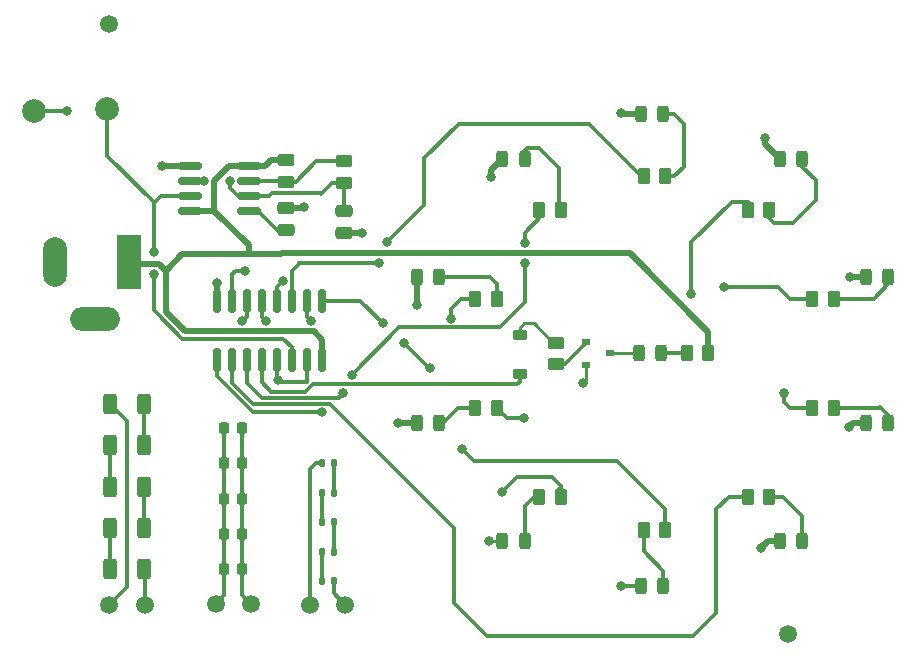
<source format=gbr>
%TF.GenerationSoftware,KiCad,Pcbnew,7.0.1*%
%TF.CreationDate,2023-04-18T15:39:04-07:00*%
%TF.ProjectId,makerspace-smt-training,6d616b65-7273-4706-9163-652d736d742d,rev?*%
%TF.SameCoordinates,Original*%
%TF.FileFunction,Copper,L1,Top*%
%TF.FilePolarity,Positive*%
%FSLAX46Y46*%
G04 Gerber Fmt 4.6, Leading zero omitted, Abs format (unit mm)*
G04 Created by KiCad (PCBNEW 7.0.1) date 2023-04-18 15:39:04*
%MOMM*%
%LPD*%
G01*
G04 APERTURE LIST*
G04 Aperture macros list*
%AMRoundRect*
0 Rectangle with rounded corners*
0 $1 Rounding radius*
0 $2 $3 $4 $5 $6 $7 $8 $9 X,Y pos of 4 corners*
0 Add a 4 corners polygon primitive as box body*
4,1,4,$2,$3,$4,$5,$6,$7,$8,$9,$2,$3,0*
0 Add four circle primitives for the rounded corners*
1,1,$1+$1,$2,$3*
1,1,$1+$1,$4,$5*
1,1,$1+$1,$6,$7*
1,1,$1+$1,$8,$9*
0 Add four rect primitives between the rounded corners*
20,1,$1+$1,$2,$3,$4,$5,0*
20,1,$1+$1,$4,$5,$6,$7,0*
20,1,$1+$1,$6,$7,$8,$9,0*
20,1,$1+$1,$8,$9,$2,$3,0*%
G04 Aperture macros list end*
%TA.AperFunction,SMDPad,CuDef*%
%ADD10R,0.800000X0.600000*%
%TD*%
%TA.AperFunction,ComponentPad*%
%ADD11R,2.000000X4.600000*%
%TD*%
%TA.AperFunction,ComponentPad*%
%ADD12O,2.000000X4.200000*%
%TD*%
%TA.AperFunction,ComponentPad*%
%ADD13O,4.200000X2.000000*%
%TD*%
%TA.AperFunction,SMDPad,CuDef*%
%ADD14RoundRect,0.225000X-0.375000X0.225000X-0.375000X-0.225000X0.375000X-0.225000X0.375000X0.225000X0*%
%TD*%
%TA.AperFunction,SMDPad,CuDef*%
%ADD15RoundRect,0.243750X-0.243750X-0.456250X0.243750X-0.456250X0.243750X0.456250X-0.243750X0.456250X0*%
%TD*%
%TA.AperFunction,SMDPad,CuDef*%
%ADD16RoundRect,0.250000X-0.262500X-0.450000X0.262500X-0.450000X0.262500X0.450000X-0.262500X0.450000X0*%
%TD*%
%TA.AperFunction,SMDPad,CuDef*%
%ADD17RoundRect,0.225000X-0.225000X-0.250000X0.225000X-0.250000X0.225000X0.250000X-0.225000X0.250000X0*%
%TD*%
%TA.AperFunction,SMDPad,CuDef*%
%ADD18C,1.500000*%
%TD*%
%TA.AperFunction,SMDPad,CuDef*%
%ADD19RoundRect,0.250000X0.312500X0.625000X-0.312500X0.625000X-0.312500X-0.625000X0.312500X-0.625000X0*%
%TD*%
%TA.AperFunction,SMDPad,CuDef*%
%ADD20RoundRect,0.135000X-0.135000X-0.185000X0.135000X-0.185000X0.135000X0.185000X-0.135000X0.185000X0*%
%TD*%
%TA.AperFunction,ComponentPad*%
%ADD21C,2.000000*%
%TD*%
%TA.AperFunction,SMDPad,CuDef*%
%ADD22RoundRect,0.250000X-0.312500X-0.625000X0.312500X-0.625000X0.312500X0.625000X-0.312500X0.625000X0*%
%TD*%
%TA.AperFunction,SMDPad,CuDef*%
%ADD23RoundRect,0.250000X0.450000X-0.262500X0.450000X0.262500X-0.450000X0.262500X-0.450000X-0.262500X0*%
%TD*%
%TA.AperFunction,SMDPad,CuDef*%
%ADD24RoundRect,0.250000X-0.450000X0.262500X-0.450000X-0.262500X0.450000X-0.262500X0.450000X0.262500X0*%
%TD*%
%TA.AperFunction,SMDPad,CuDef*%
%ADD25RoundRect,0.250000X0.475000X-0.250000X0.475000X0.250000X-0.475000X0.250000X-0.475000X-0.250000X0*%
%TD*%
%TA.AperFunction,SMDPad,CuDef*%
%ADD26RoundRect,0.250000X0.262500X0.450000X-0.262500X0.450000X-0.262500X-0.450000X0.262500X-0.450000X0*%
%TD*%
%TA.AperFunction,SMDPad,CuDef*%
%ADD27RoundRect,0.135000X0.135000X0.185000X-0.135000X0.185000X-0.135000X-0.185000X0.135000X-0.185000X0*%
%TD*%
%TA.AperFunction,SMDPad,CuDef*%
%ADD28RoundRect,0.150000X-0.825000X-0.150000X0.825000X-0.150000X0.825000X0.150000X-0.825000X0.150000X0*%
%TD*%
%TA.AperFunction,SMDPad,CuDef*%
%ADD29RoundRect,0.150000X-0.150000X0.825000X-0.150000X-0.825000X0.150000X-0.825000X0.150000X0.825000X0*%
%TD*%
%TA.AperFunction,SMDPad,CuDef*%
%ADD30RoundRect,0.250000X-0.475000X0.250000X-0.475000X-0.250000X0.475000X-0.250000X0.475000X0.250000X0*%
%TD*%
%TA.AperFunction,ViaPad*%
%ADD31C,0.800000*%
%TD*%
%TA.AperFunction,Conductor*%
%ADD32C,0.250000*%
%TD*%
%TA.AperFunction,Conductor*%
%ADD33C,0.300000*%
%TD*%
%TA.AperFunction,Conductor*%
%ADD34C,0.500000*%
%TD*%
G04 APERTURE END LIST*
D10*
%TO.P,Q1,3*%
%TO.N,Net-(D7-K)*%
X134360000Y-76200000D03*
%TO.P,Q1,1*%
%TO.N,Net-(Q1-Pad1)*%
X132340000Y-75250000D03*
%TO.P,Q1,2*%
%TO.N,GND*%
X132340000Y-77150000D03*
%TD*%
D11*
%TO.P,J1,1*%
%TO.N,VDD*%
X93705000Y-68479000D03*
D12*
%TO.P,J1,2*%
%TO.N,GND*%
X87405000Y-68479000D03*
D13*
%TO.P,J1,3*%
%TO.N,unconnected-(J1-Pad3)*%
X90805000Y-73279000D03*
%TD*%
D14*
%TO.P,D12,1,K*%
%TO.N,Net-(D12-K)*%
X126746000Y-74677000D03*
%TO.P,D12,2,A*%
%TO.N,Net-(D12-A)*%
X126746000Y-77977000D03*
%TD*%
D15*
%TO.P,D10,1,K*%
%TO.N,GND*%
X118031625Y-69750000D03*
%TO.P,D10,2,A*%
%TO.N,Net-(D10-A)*%
X119906625Y-69750000D03*
%TD*%
%TO.P,D6,1,K*%
%TO.N,GND*%
X137052756Y-95930340D03*
%TO.P,D6,2,A*%
%TO.N,Net-(D6-A)*%
X138927756Y-95930340D03*
%TD*%
D16*
%TO.P,R3,1*%
%TO.N,Net-(D7-A)*%
X140900000Y-76196823D03*
%TO.P,R3,2*%
%TO.N,VDD*%
X142725000Y-76196823D03*
%TD*%
D17*
%TO.P,C5,1*%
%TO.N,Net-(C3-Pad1)*%
X101725000Y-88500000D03*
%TO.P,C5,2*%
%TO.N,Net-(C3-Pad2)*%
X103275000Y-88500000D03*
%TD*%
D18*
%TO.P,FID2,*%
%TO.N,*%
X149500000Y-100000000D03*
%TD*%
D15*
%TO.P,D9,1,K*%
%TO.N,GND*%
X118031625Y-82110679D03*
%TO.P,D9,2,A*%
%TO.N,Net-(D9-A)*%
X119906625Y-82110679D03*
%TD*%
D18*
%TO.P,TP6,1,1*%
%TO.N,Net-(R24-Pad2)*%
X112000000Y-97500000D03*
%TD*%
D17*
%TO.P,C4,1*%
%TO.N,Net-(C3-Pad1)*%
X101725000Y-85500000D03*
%TO.P,C4,2*%
%TO.N,Net-(C3-Pad2)*%
X103275000Y-85500000D03*
%TD*%
D19*
%TO.P,R18,1*%
%TO.N,Net-(R17-Pad2)*%
X94962500Y-91000000D03*
%TO.P,R18,2*%
%TO.N,Net-(R18-Pad2)*%
X92037500Y-91000000D03*
%TD*%
D15*
%TO.P,D3,1,K*%
%TO.N,GND*%
X156073886Y-69750000D03*
%TO.P,D3,2,A*%
%TO.N,Net-(D3-A)*%
X157948886Y-69750000D03*
%TD*%
%TO.P,D5,1,K*%
%TO.N,GND*%
X148808461Y-92110679D03*
%TO.P,D5,2,A*%
%TO.N,Net-(D5-A)*%
X150683461Y-92110679D03*
%TD*%
%TO.P,D7,1,K*%
%TO.N,Net-(D7-K)*%
X136875000Y-76196823D03*
%TO.P,D7,2,A*%
%TO.N,Net-(D7-A)*%
X138750000Y-76196823D03*
%TD*%
D16*
%TO.P,R7,1*%
%TO.N,Net-(U2-Q4)*%
X146054278Y-88332077D03*
%TO.P,R7,2*%
%TO.N,Net-(D5-A)*%
X147879278Y-88332077D03*
%TD*%
D15*
%TO.P,D8,1,K*%
%TO.N,GND*%
X125297050Y-92110679D03*
%TO.P,D8,2,A*%
%TO.N,Net-(D8-A)*%
X127172050Y-92110679D03*
%TD*%
D20*
%TO.P,R22,1*%
%TO.N,Net-(R21-Pad2)*%
X109990000Y-90500000D03*
%TO.P,R22,2*%
%TO.N,Net-(R22-Pad2)*%
X111010000Y-90500000D03*
%TD*%
D16*
%TO.P,R4,1*%
%TO.N,Net-(U2-Q2)*%
X151503347Y-71561568D03*
%TO.P,R4,2*%
%TO.N,Net-(D3-A)*%
X153328347Y-71561568D03*
%TD*%
D18*
%TO.P,TP1,1,1*%
%TO.N,Net-(R15-Pad1)*%
X92000000Y-97500000D03*
%TD*%
D21*
%TO.P,TP8,1,1*%
%TO.N,GND*%
X85600000Y-55650000D03*
%TD*%
%TO.P,TP7,1,1*%
%TO.N,/Output_555*%
X91800000Y-55500000D03*
%TD*%
D22*
%TO.P,R17,1*%
%TO.N,Net-(R16-Pad2)*%
X92037500Y-87500000D03*
%TO.P,R17,2*%
%TO.N,Net-(R17-Pad2)*%
X94962500Y-87500000D03*
%TD*%
D23*
%TO.P,R11,1*%
%TO.N,Net-(U1-THR)*%
X111868375Y-61750000D03*
%TO.P,R11,2*%
%TO.N,Net-(U1-DIS)*%
X111868375Y-59925000D03*
%TD*%
D16*
%TO.P,R12,1*%
%TO.N,Net-(U2-Q8)*%
X122971652Y-71561568D03*
%TO.P,R12,2*%
%TO.N,Net-(D10-A)*%
X124796652Y-71561568D03*
%TD*%
D15*
%TO.P,D11,1,K*%
%TO.N,GND*%
X125297050Y-59750000D03*
%TO.P,D11,2,A*%
%TO.N,Net-(D11-A)*%
X127172050Y-59750000D03*
%TD*%
D24*
%TO.P,R14,2*%
%TO.N,Net-(Q1-Pad1)*%
X129794000Y-77112500D03*
%TO.P,R14,1*%
%TO.N,Net-(D12-K)*%
X129794000Y-75287500D03*
%TD*%
D18*
%TO.P,TP5,1,1*%
%TO.N,Net-(R20-Pad1)*%
X109000000Y-97500000D03*
%TD*%
D20*
%TO.P,R20,1*%
%TO.N,Net-(R20-Pad1)*%
X109990000Y-85500000D03*
%TO.P,R20,2*%
%TO.N,Net-(R20-Pad2)*%
X111010000Y-85500000D03*
%TD*%
D19*
%TO.P,R16,1*%
%TO.N,Net-(R15-Pad2)*%
X94962500Y-84000000D03*
%TO.P,R16,2*%
%TO.N,Net-(R16-Pad2)*%
X92037500Y-84000000D03*
%TD*%
D16*
%TO.P,R1,1*%
%TO.N,Net-(U2-Q0)*%
X137237500Y-61196823D03*
%TO.P,R1,2*%
%TO.N,Net-(D1-A)*%
X139062500Y-61196823D03*
%TD*%
D25*
%TO.P,C1,1*%
%TO.N,Net-(U1-CV)*%
X107000000Y-65753177D03*
%TO.P,C1,2*%
%TO.N,GND*%
X107000000Y-63853177D03*
%TD*%
D15*
%TO.P,D4,1,K*%
%TO.N,GND*%
X156073886Y-82110679D03*
%TO.P,D4,2,A*%
%TO.N,Net-(D4-A)*%
X157948886Y-82110679D03*
%TD*%
D26*
%TO.P,R10,1*%
%TO.N,Net-(U2-Q7)*%
X124796652Y-80832077D03*
%TO.P,R10,2*%
%TO.N,Net-(D9-A)*%
X122971652Y-80832077D03*
%TD*%
D18*
%TO.P,FID1,*%
%TO.N,*%
X91950000Y-48350000D03*
%TD*%
D17*
%TO.P,C6,1*%
%TO.N,Net-(C3-Pad1)*%
X101725000Y-91500000D03*
%TO.P,C6,2*%
%TO.N,Net-(C3-Pad2)*%
X103275000Y-91500000D03*
%TD*%
D27*
%TO.P,R21,1*%
%TO.N,Net-(R20-Pad2)*%
X111010000Y-88000000D03*
%TO.P,R21,2*%
%TO.N,Net-(R21-Pad2)*%
X109990000Y-88000000D03*
%TD*%
D26*
%TO.P,R8,1*%
%TO.N,Net-(U2-Q5)*%
X139062500Y-91196823D03*
%TO.P,R8,2*%
%TO.N,Net-(D6-A)*%
X137237500Y-91196823D03*
%TD*%
D15*
%TO.P,D2,1,K*%
%TO.N,GND*%
X148808461Y-59750000D03*
%TO.P,D2,2,A*%
%TO.N,Net-(D2-A)*%
X150683461Y-59750000D03*
%TD*%
D18*
%TO.P,TP4,1,1*%
%TO.N,Net-(C3-Pad2)*%
X104000000Y-97400000D03*
%TD*%
D23*
%TO.P,R6,1*%
%TO.N,Net-(U1-DIS)*%
X107000000Y-61662500D03*
%TO.P,R6,2*%
%TO.N,VDD*%
X107000000Y-59837500D03*
%TD*%
D28*
%TO.P,U1,1,GND*%
%TO.N,GND*%
X98868375Y-60345000D03*
%TO.P,U1,2,TR*%
%TO.N,Net-(U1-THR)*%
X98868375Y-61615000D03*
%TO.P,U1,3,Q*%
%TO.N,/Output_555*%
X98868375Y-62885000D03*
%TO.P,U1,4,R*%
%TO.N,VDD*%
X98868375Y-64155000D03*
%TO.P,U1,5,CV*%
%TO.N,Net-(U1-CV)*%
X103818375Y-64155000D03*
%TO.P,U1,6,THR*%
%TO.N,Net-(U1-THR)*%
X103818375Y-62885000D03*
%TO.P,U1,7,DIS*%
%TO.N,Net-(U1-DIS)*%
X103818375Y-61615000D03*
%TO.P,U1,8,VCC*%
%TO.N,VDD*%
X103818375Y-60345000D03*
%TD*%
D22*
%TO.P,R15,1*%
%TO.N,Net-(R15-Pad1)*%
X92037500Y-80500000D03*
%TO.P,R15,2*%
%TO.N,Net-(R15-Pad2)*%
X94962500Y-80500000D03*
%TD*%
D26*
%TO.P,R9,1*%
%TO.N,Net-(U2-Q6)*%
X130245721Y-88332077D03*
%TO.P,R9,2*%
%TO.N,Net-(D8-A)*%
X128420721Y-88332077D03*
%TD*%
D29*
%TO.P,U2,1,Q5*%
%TO.N,Net-(U2-Q5)*%
X109995000Y-71775000D03*
%TO.P,U2,2,Q1*%
%TO.N,Net-(U2-Q1)*%
X108725000Y-71775000D03*
%TO.P,U2,3,Q0*%
%TO.N,Net-(U2-Q0)*%
X107455000Y-71775000D03*
%TO.P,U2,4,Q2*%
%TO.N,Net-(U2-Q2)*%
X106185000Y-71775000D03*
%TO.P,U2,5,Q6*%
%TO.N,Net-(U2-Q6)*%
X104915000Y-71775000D03*
%TO.P,U2,6,Q7*%
%TO.N,Net-(U2-Q7)*%
X103645000Y-71775000D03*
%TO.P,U2,7,Q3*%
%TO.N,Net-(U2-Q3)*%
X102375000Y-71775000D03*
%TO.P,U2,8,VSS*%
%TO.N,GND*%
X101105000Y-71775000D03*
%TO.P,U2,9,Q8*%
%TO.N,Net-(U2-Q8)*%
X101105000Y-76725000D03*
%TO.P,U2,10,Q4*%
%TO.N,Net-(U2-Q4)*%
X102375000Y-76725000D03*
%TO.P,U2,11,Q9*%
%TO.N,Net-(U2-Q9)*%
X103645000Y-76725000D03*
%TO.P,U2,12,Cout*%
%TO.N,Net-(D12-A)*%
X104915000Y-76725000D03*
%TO.P,U2,13,CKEN*%
%TO.N,GND*%
X106185000Y-76725000D03*
%TO.P,U2,14,CLK*%
%TO.N,/Output_555*%
X107455000Y-76725000D03*
%TO.P,U2,15,Reset*%
%TO.N,GND*%
X108725000Y-76725000D03*
%TO.P,U2,16,VDD*%
%TO.N,VDD*%
X109995000Y-76725000D03*
%TD*%
D27*
%TO.P,R23,1*%
%TO.N,Net-(R22-Pad2)*%
X111010000Y-93000000D03*
%TO.P,R23,2*%
%TO.N,Net-(R23-Pad2)*%
X109990000Y-93000000D03*
%TD*%
D16*
%TO.P,R5,1*%
%TO.N,Net-(U2-Q3)*%
X151503347Y-80832077D03*
%TO.P,R5,2*%
%TO.N,Net-(D4-A)*%
X153328347Y-80832077D03*
%TD*%
D17*
%TO.P,C3,1*%
%TO.N,Net-(C3-Pad1)*%
X101725000Y-82500000D03*
%TO.P,C3,2*%
%TO.N,Net-(C3-Pad2)*%
X103275000Y-82500000D03*
%TD*%
D22*
%TO.P,R19,1*%
%TO.N,Net-(R18-Pad2)*%
X92037500Y-94500000D03*
%TO.P,R19,2*%
%TO.N,Net-(R19-Pad2)*%
X94962500Y-94500000D03*
%TD*%
D18*
%TO.P,TP3,1,1*%
%TO.N,Net-(C3-Pad1)*%
X101000000Y-97400000D03*
%TD*%
%TO.P,TP2,1,1*%
%TO.N,Net-(R19-Pad2)*%
X95000000Y-97500000D03*
%TD*%
D16*
%TO.P,R2,1*%
%TO.N,Net-(U2-Q1)*%
X146054278Y-64061568D03*
%TO.P,R2,2*%
%TO.N,Net-(D2-A)*%
X147879278Y-64061568D03*
%TD*%
D15*
%TO.P,D1,1,K*%
%TO.N,GND*%
X137052756Y-55930340D03*
%TO.P,D1,2,A*%
%TO.N,Net-(D1-A)*%
X138927756Y-55930340D03*
%TD*%
D17*
%TO.P,C7,1*%
%TO.N,Net-(C3-Pad1)*%
X101725000Y-94500000D03*
%TO.P,C7,2*%
%TO.N,Net-(C3-Pad2)*%
X103275000Y-94500000D03*
%TD*%
D20*
%TO.P,R24,1*%
%TO.N,Net-(R23-Pad2)*%
X109990000Y-95500000D03*
%TO.P,R24,2*%
%TO.N,Net-(R24-Pad2)*%
X111010000Y-95500000D03*
%TD*%
D30*
%TO.P,C2,1*%
%TO.N,Net-(U1-THR)*%
X111893375Y-64148752D03*
%TO.P,C2,2*%
%TO.N,GND*%
X111893375Y-66048752D03*
%TD*%
D16*
%TO.P,R13,1*%
%TO.N,Net-(U2-Q9)*%
X128420721Y-64061568D03*
%TO.P,R13,2*%
%TO.N,Net-(D11-A)*%
X130245721Y-64061568D03*
%TD*%
D31*
%TO.N,GND*%
X132080000Y-78740000D03*
X154650000Y-82400000D03*
X147200000Y-92700000D03*
X124350000Y-61300000D03*
X154700000Y-69750000D03*
X113400000Y-66050000D03*
X135300000Y-95900000D03*
X124150000Y-92100000D03*
X135350000Y-55850000D03*
X147500000Y-58000000D03*
X101100000Y-70250000D03*
X106250000Y-78450000D03*
X116450000Y-82100000D03*
X88450000Y-55700000D03*
X118100000Y-72100000D03*
X96500000Y-60350000D03*
X108450000Y-63850000D03*
%TO.N,Net-(U1-THR)*%
X100055500Y-61602079D03*
X102200000Y-61600000D03*
%TO.N,Net-(U2-Q0)*%
X114850000Y-68586481D03*
X115500000Y-66750000D03*
%TO.N,Net-(U2-Q1)*%
X109108982Y-73500500D03*
X141300000Y-71150000D03*
%TO.N,Net-(U2-Q2)*%
X106700000Y-70085981D03*
X144050000Y-70550000D03*
%TO.N,Net-(U2-Q3)*%
X149100000Y-79550000D03*
X103500000Y-69200000D03*
%TO.N,Net-(U2-Q5)*%
X116950000Y-75350000D03*
X119200000Y-77450000D03*
X115150000Y-73650000D03*
X121850000Y-84300000D03*
%TO.N,Net-(U2-Q6)*%
X125250000Y-87950000D03*
X105250000Y-73500500D03*
%TO.N,Net-(U2-Q7)*%
X127100000Y-81700000D03*
X103250000Y-73500500D03*
%TO.N,Net-(U2-Q8)*%
X120900000Y-73250500D03*
X110000000Y-81199500D03*
%TO.N,Net-(U2-Q9)*%
X127200000Y-68586481D03*
X111800000Y-79581607D03*
X127200000Y-66887481D03*
X112550000Y-78000000D03*
%TO.N,/Output_555*%
X95750000Y-67650000D03*
X95750000Y-69499500D03*
%TD*%
D32*
%TO.N,Net-(D7-K)*%
X136871823Y-76200000D02*
X134360000Y-76200000D01*
X136875000Y-76196823D02*
X136871823Y-76200000D01*
%TO.N,Net-(D12-K)*%
X129565677Y-75287500D02*
X129794000Y-75287500D01*
X127938177Y-73660000D02*
X129565677Y-75287500D01*
X127127000Y-73660000D02*
X127938177Y-73660000D01*
X126746000Y-74041000D02*
X127127000Y-73660000D01*
X126746000Y-74677000D02*
X126746000Y-74041000D01*
%TO.N,Net-(Q1-Pad1)*%
X130477500Y-77112500D02*
X129794000Y-77112500D01*
X132340000Y-75250000D02*
X130477500Y-77112500D01*
D33*
%TO.N,Net-(D12-A)*%
X126746000Y-78613000D02*
X126746000Y-77977000D01*
X109225000Y-78832107D02*
X126526893Y-78832107D01*
X108607107Y-79450000D02*
X109225000Y-78832107D01*
X105700000Y-79450000D02*
X108607107Y-79450000D01*
X104915000Y-78665000D02*
X105700000Y-79450000D01*
X104915000Y-76725000D02*
X104915000Y-78665000D01*
X126526893Y-78832107D02*
X126746000Y-78613000D01*
D32*
%TO.N,GND*%
X132340000Y-78480000D02*
X132080000Y-78740000D01*
X132340000Y-77150000D02*
X132340000Y-78480000D01*
D33*
%TO.N,Net-(U1-CV)*%
X103818375Y-64155000D02*
X104605000Y-64155000D01*
X106203177Y-65753177D02*
X107000000Y-65753177D01*
X104605000Y-64155000D02*
X106203177Y-65753177D01*
%TO.N,GND*%
X108725000Y-76725000D02*
X108725000Y-78625000D01*
D34*
X124350000Y-61300000D02*
X124350000Y-60697050D01*
X147500000Y-58441539D02*
X148808461Y-59750000D01*
X137052756Y-55930340D02*
X135430340Y-55930340D01*
X124350000Y-60697050D02*
X125297050Y-59750000D01*
X116460679Y-82110679D02*
X116450000Y-82100000D01*
D33*
X106425000Y-78625000D02*
X106250000Y-78450000D01*
D34*
X148808461Y-92110679D02*
X147789321Y-92110679D01*
X156073886Y-69750000D02*
X154700000Y-69750000D01*
X156073886Y-82110679D02*
X154939321Y-82110679D01*
X118031625Y-69750000D02*
X118031625Y-72031625D01*
X96505000Y-60345000D02*
X96500000Y-60350000D01*
X107000000Y-63853177D02*
X108446823Y-63853177D01*
D33*
X88400000Y-55650000D02*
X88450000Y-55700000D01*
D34*
X135430340Y-55930340D02*
X135350000Y-55850000D01*
D33*
X106185000Y-76725000D02*
X106185000Y-78385000D01*
X135330340Y-95930340D02*
X135300000Y-95900000D01*
D34*
X147789321Y-92110679D02*
X147200000Y-92700000D01*
X147500000Y-58000000D02*
X147500000Y-58441539D01*
D33*
X85600000Y-55650000D02*
X88400000Y-55650000D01*
D34*
X113398752Y-66048752D02*
X113400000Y-66050000D01*
D33*
X137052756Y-95930340D02*
X135330340Y-95930340D01*
D34*
X154939321Y-82110679D02*
X154650000Y-82400000D01*
X98868375Y-60345000D02*
X96505000Y-60345000D01*
X101105000Y-70255000D02*
X101100000Y-70250000D01*
D32*
X124160679Y-92110679D02*
X124150000Y-92100000D01*
D33*
X108725000Y-78625000D02*
X106425000Y-78625000D01*
D34*
X118031625Y-82110679D02*
X116460679Y-82110679D01*
D32*
X125297050Y-92110679D02*
X124160679Y-92110679D01*
D34*
X108446823Y-63853177D02*
X108450000Y-63850000D01*
X111893375Y-66048752D02*
X113398752Y-66048752D01*
X118031625Y-72031625D02*
X118100000Y-72100000D01*
D33*
X106185000Y-78385000D02*
X106250000Y-78450000D01*
D34*
X101105000Y-71775000D02*
X101105000Y-70255000D01*
D33*
%TO.N,Net-(U1-THR)*%
X102885000Y-62885000D02*
X103818375Y-62885000D01*
X109850000Y-62650000D02*
X109900000Y-62700000D01*
X105565000Y-62885000D02*
X105800000Y-62650000D01*
X111868375Y-61750000D02*
X111868375Y-64123752D01*
X110900000Y-61750000D02*
X111868375Y-61750000D01*
X103818375Y-62885000D02*
X105565000Y-62885000D01*
X109900000Y-62700000D02*
X109950000Y-62700000D01*
X102200000Y-62200000D02*
X102885000Y-62885000D01*
X105800000Y-62650000D02*
X109850000Y-62650000D01*
X109950000Y-62700000D02*
X110900000Y-61750000D01*
X111868375Y-64123752D02*
X111893375Y-64148752D01*
X100042579Y-61615000D02*
X100055500Y-61602079D01*
X98868375Y-61615000D02*
X100042579Y-61615000D01*
X102200000Y-61600000D02*
X102200000Y-62200000D01*
%TO.N,Net-(D1-A)*%
X138927756Y-55930340D02*
X139830340Y-55930340D01*
X139830340Y-55930340D02*
X140650000Y-56750000D01*
X140650000Y-60400000D02*
X139853177Y-61196823D01*
X140650000Y-56750000D02*
X140650000Y-60400000D01*
X139853177Y-61196823D02*
X139062500Y-61196823D01*
%TO.N,Net-(D2-A)*%
X149900000Y-65150000D02*
X148257084Y-65150000D01*
X151850000Y-61550000D02*
X151850000Y-63200000D01*
X151850000Y-63200000D02*
X149900000Y-65150000D01*
X150683461Y-60383461D02*
X150683461Y-59750000D01*
X148257084Y-65150000D02*
X147705006Y-64597922D01*
X151850000Y-61550000D02*
X150683461Y-60383461D01*
%TO.N,Net-(D3-A)*%
X156738432Y-71561568D02*
X157948886Y-70351114D01*
X153328347Y-71561568D02*
X156738432Y-71561568D01*
X157948886Y-70351114D02*
X157948886Y-69750000D01*
%TO.N,Net-(D4-A)*%
X157300000Y-80750000D02*
X157948886Y-81398886D01*
X157217923Y-80832077D02*
X157300000Y-80750000D01*
X153328347Y-80832077D02*
X157217923Y-80832077D01*
X157948886Y-81398886D02*
X157948886Y-82110679D01*
%TO.N,Net-(D5-A)*%
X150683461Y-89983461D02*
X150683461Y-92110679D01*
X147879278Y-88332077D02*
X149032077Y-88332077D01*
X149032077Y-88332077D02*
X150683461Y-89983461D01*
%TO.N,Net-(D6-A)*%
X137237500Y-92937500D02*
X137237500Y-91196823D01*
X138927756Y-94627756D02*
X137237500Y-92937500D01*
X138927756Y-95930340D02*
X138927756Y-94627756D01*
%TO.N,Net-(D7-A)*%
X138750000Y-76196823D02*
X140900000Y-76196823D01*
%TO.N,Net-(D8-A)*%
X127172050Y-89127950D02*
X127172050Y-92110679D01*
X127967923Y-88332077D02*
X127172050Y-89127950D01*
X128420721Y-88332077D02*
X127967923Y-88332077D01*
%TO.N,Net-(D9-A)*%
X120239321Y-82110679D02*
X121517923Y-80832077D01*
X121517923Y-80832077D02*
X122971652Y-80832077D01*
X119906625Y-82110679D02*
X120239321Y-82110679D01*
%TO.N,Net-(D10-A)*%
X124200000Y-69750000D02*
X124796652Y-70346652D01*
X119906625Y-69750000D02*
X124200000Y-69750000D01*
X124796652Y-70346652D02*
X124796652Y-71561568D01*
%TO.N,Net-(D11-A)*%
X126993003Y-59198951D02*
X127341954Y-58850000D01*
X130071449Y-60521449D02*
X130071449Y-63525214D01*
X127341954Y-58850000D02*
X128400000Y-58850000D01*
X128400000Y-58850000D02*
X130071449Y-60521449D01*
D34*
%TO.N,VDD*%
X98195000Y-67805000D02*
X96800000Y-69200000D01*
X103818375Y-60345000D02*
X105155000Y-60345000D01*
X105700000Y-59800000D02*
X106962500Y-59800000D01*
X109995000Y-75045000D02*
X109995000Y-76725000D01*
X102155000Y-60345000D02*
X103818375Y-60345000D01*
X98450000Y-74350000D02*
X109300000Y-74350000D01*
X103818375Y-67805000D02*
X106555000Y-67805000D01*
X103818375Y-67805000D02*
X98195000Y-67805000D01*
X142725000Y-74375000D02*
X142725000Y-76196823D01*
X93850000Y-68650000D02*
X96250000Y-68650000D01*
X100905000Y-64155000D02*
X100905000Y-61595000D01*
X106962500Y-59800000D02*
X107000000Y-59837500D01*
X100905000Y-64155000D02*
X103818375Y-67068375D01*
X98868375Y-64155000D02*
X100905000Y-64155000D01*
X96250000Y-68650000D02*
X96800000Y-69200000D01*
X96800000Y-72700000D02*
X98450000Y-74350000D01*
X100905000Y-61595000D02*
X102155000Y-60345000D01*
X136086981Y-67736981D02*
X142725000Y-74375000D01*
X105155000Y-60345000D02*
X105700000Y-59800000D01*
X109300000Y-74350000D02*
X109995000Y-75045000D01*
X103818375Y-67068375D02*
X103818375Y-67805000D01*
X96800000Y-69200000D02*
X96800000Y-72700000D01*
X106623019Y-67736981D02*
X136086981Y-67736981D01*
X106555000Y-67805000D02*
X106623019Y-67736981D01*
D33*
%TO.N,Net-(U2-Q0)*%
X137046823Y-61196823D02*
X137237500Y-61196823D01*
X118650000Y-59700000D02*
X121600000Y-56750000D01*
X121600000Y-56750000D02*
X132600000Y-56750000D01*
X107455000Y-69195000D02*
X108050000Y-68600000D01*
X108050000Y-68600000D02*
X108063519Y-68586481D01*
X118650000Y-63600000D02*
X118650000Y-59700000D01*
X107455000Y-71775000D02*
X107455000Y-69195000D01*
X115500000Y-66750000D02*
X118650000Y-63600000D01*
X108063519Y-68586481D02*
X114850000Y-68586481D01*
X132600000Y-56750000D02*
X137046823Y-61196823D01*
%TO.N,Net-(U2-Q1)*%
X141300000Y-66800000D02*
X144700000Y-63400000D01*
X141300000Y-71150000D02*
X141300000Y-66800000D01*
X144700000Y-63400000D02*
X146103336Y-63400000D01*
X108725000Y-73116518D02*
X109108982Y-73500500D01*
X146103336Y-63400000D02*
X146228550Y-63525214D01*
X108725000Y-71775000D02*
X108725000Y-73116518D01*
%TO.N,Net-(U2-Q2)*%
X106185000Y-70600981D02*
X106700000Y-70085981D01*
X148650000Y-70550000D02*
X149661568Y-71561568D01*
X149661568Y-71561568D02*
X151503347Y-71561568D01*
X144050000Y-70550000D02*
X148650000Y-70550000D01*
X106185000Y-71775000D02*
X106185000Y-70600981D01*
%TO.N,Net-(U2-Q3)*%
X149100000Y-79550000D02*
X149100000Y-80300000D01*
X102400000Y-69500000D02*
X102700000Y-69200000D01*
X102400000Y-71750000D02*
X102400000Y-69500000D01*
X149632077Y-80832077D02*
X151503347Y-80832077D01*
X102375000Y-71775000D02*
X102400000Y-71750000D01*
X102700000Y-69200000D02*
X103500000Y-69200000D01*
X149100000Y-80300000D02*
X149632077Y-80832077D01*
%TO.N,Net-(U2-Q4)*%
X143400000Y-98150000D02*
X143400000Y-89400000D01*
X144467923Y-88332077D02*
X146054278Y-88332077D01*
X121200000Y-97350000D02*
X123950000Y-100100000D01*
X104150000Y-80450000D02*
X110700000Y-80450000D01*
X102375000Y-78675000D02*
X104150000Y-80450000D01*
X110700000Y-80450000D02*
X121200000Y-90950000D01*
X102375000Y-76725000D02*
X102375000Y-78675000D01*
X121200000Y-90950000D02*
X121200000Y-97350000D01*
X143400000Y-89400000D02*
X144467923Y-88332077D01*
X123950000Y-100100000D02*
X141450000Y-100100000D01*
X141450000Y-100100000D02*
X143400000Y-98150000D01*
%TO.N,Net-(U2-Q5)*%
X139062500Y-89412500D02*
X139062500Y-91196823D01*
X109995000Y-71775000D02*
X113275000Y-71775000D01*
X135000000Y-85350000D02*
X139062500Y-89412500D01*
X119050000Y-77450000D02*
X119200000Y-77450000D01*
X116950000Y-75350000D02*
X119050000Y-77450000D01*
X122900000Y-85350000D02*
X135000000Y-85350000D01*
X113275000Y-71775000D02*
X115150000Y-73650000D01*
X121850000Y-84300000D02*
X122900000Y-85350000D01*
%TO.N,Net-(U2-Q6)*%
X130071449Y-87692482D02*
X130071449Y-88868431D01*
X126554119Y-86645881D02*
X129495881Y-86645881D01*
X125250000Y-87950000D02*
X126554119Y-86645881D01*
X104915000Y-73165500D02*
X105250000Y-73500500D01*
X104915000Y-71775000D02*
X104915000Y-73165500D01*
X130245721Y-87395721D02*
X130245721Y-88332077D01*
X129495881Y-86645881D02*
X130245721Y-87395721D01*
%TO.N,Net-(U2-Q7)*%
X125664575Y-81700000D02*
X124796652Y-80832077D01*
X103645000Y-71775000D02*
X103645000Y-73105500D01*
X127100000Y-81700000D02*
X125664575Y-81700000D01*
X103645000Y-73105500D02*
X103250000Y-73500500D01*
%TO.N,Net-(U2-Q8)*%
X121788432Y-71561568D02*
X122971652Y-71561568D01*
X101105000Y-76725000D02*
X101105000Y-78112106D01*
X104192394Y-81199500D02*
X110000000Y-81199500D01*
X120900000Y-72450000D02*
X121788432Y-71561568D01*
X120900000Y-73250500D02*
X120900000Y-72450000D01*
X101105000Y-78112106D02*
X104192394Y-81199500D01*
%TO.N,Net-(U2-Q9)*%
X116550000Y-74000000D02*
X125050000Y-74000000D01*
X104900000Y-79950000D02*
X111431607Y-79950000D01*
X127200000Y-65992915D02*
X128594993Y-64597922D01*
X112550000Y-78000000D02*
X116550000Y-74000000D01*
X103645000Y-78695000D02*
X104900000Y-79950000D01*
X127200000Y-66887481D02*
X127200000Y-65992915D01*
X103645000Y-76725000D02*
X103645000Y-78695000D01*
X127050000Y-72000000D02*
X127200000Y-71850000D01*
X125050000Y-74000000D02*
X127050000Y-72000000D01*
X111431607Y-79950000D02*
X111800000Y-79581607D01*
X127200000Y-71850000D02*
X127200000Y-68586481D01*
%TO.N,Net-(R15-Pad1)*%
X93500000Y-81962500D02*
X92037500Y-80500000D01*
X92000000Y-97500000D02*
X93500000Y-96000000D01*
X93500000Y-96000000D02*
X93500000Y-81962500D01*
%TO.N,Net-(R15-Pad2)*%
X94962500Y-84000000D02*
X94962500Y-80500000D01*
%TO.N,Net-(R16-Pad2)*%
X92037500Y-84000000D02*
X92037500Y-87500000D01*
%TO.N,Net-(R17-Pad2)*%
X94962500Y-87500000D02*
X94962500Y-91000000D01*
%TO.N,Net-(R18-Pad2)*%
X92037500Y-91000000D02*
X92037500Y-94500000D01*
%TO.N,Net-(R20-Pad1)*%
X109990000Y-85500000D02*
X109500000Y-85500000D01*
X109500000Y-85500000D02*
X109000000Y-86000000D01*
X109000000Y-86000000D02*
X109000000Y-97500000D01*
%TO.N,Net-(R20-Pad2)*%
X111010000Y-85500000D02*
X111010000Y-88000000D01*
%TO.N,Net-(R21-Pad2)*%
X109990000Y-88000000D02*
X109990000Y-90500000D01*
%TO.N,Net-(R22-Pad2)*%
X111010000Y-90500000D02*
X111010000Y-93000000D01*
%TO.N,Net-(R23-Pad2)*%
X109990000Y-93000000D02*
X109990000Y-95500000D01*
%TO.N,/Output_555*%
X107455000Y-75655000D02*
X107455000Y-76725000D01*
X96635000Y-62885000D02*
X96365000Y-62885000D01*
X91800000Y-59450000D02*
X91800000Y-55500000D01*
X96100000Y-72848528D02*
X96098528Y-72848528D01*
X95750000Y-63675000D02*
X95750000Y-63400000D01*
X96100000Y-72848528D02*
X98201472Y-74950000D01*
X95750000Y-63500000D02*
X96365000Y-62885000D01*
X98201472Y-74950000D02*
X106750000Y-74950000D01*
X95750000Y-63400000D02*
X91800000Y-59450000D01*
X96098528Y-72848528D02*
X95775000Y-72525000D01*
X98868375Y-62885000D02*
X96635000Y-62885000D01*
X95775000Y-72525000D02*
X95750000Y-72500000D01*
X95750000Y-67650000D02*
X95750000Y-63675000D01*
X95750000Y-72500000D02*
X95750000Y-69499500D01*
X106750000Y-74950000D02*
X107455000Y-75655000D01*
X95750000Y-63675000D02*
X95750000Y-63500000D01*
%TO.N,Net-(C3-Pad1)*%
X101750000Y-96650000D02*
X101000000Y-97400000D01*
X101725000Y-95725000D02*
X101750000Y-95750000D01*
X101725000Y-82500000D02*
X101725000Y-95725000D01*
X101750000Y-95750000D02*
X101750000Y-96650000D01*
%TO.N,Net-(C3-Pad2)*%
X103250000Y-82525000D02*
X103275000Y-82500000D01*
X103250000Y-96650000D02*
X103250000Y-82525000D01*
X104000000Y-97400000D02*
X103250000Y-96650000D01*
%TO.N,Net-(U1-DIS)*%
X109525000Y-59925000D02*
X111868375Y-59925000D01*
X103818375Y-61615000D02*
X106952500Y-61615000D01*
X107787500Y-61662500D02*
X109525000Y-59925000D01*
X106952500Y-61615000D02*
X107000000Y-61662500D01*
X107000000Y-61662500D02*
X107787500Y-61662500D01*
%TO.N,Net-(R19-Pad2)*%
X94962500Y-94500000D02*
X95000000Y-94537500D01*
X95000000Y-94537500D02*
X95000000Y-97500000D01*
%TO.N,Net-(R24-Pad2)*%
X111010000Y-96490000D02*
X111000000Y-96500000D01*
X111000000Y-96500000D02*
X112000000Y-97500000D01*
X111010000Y-95500000D02*
X111010000Y-96490000D01*
%TD*%
M02*

</source>
